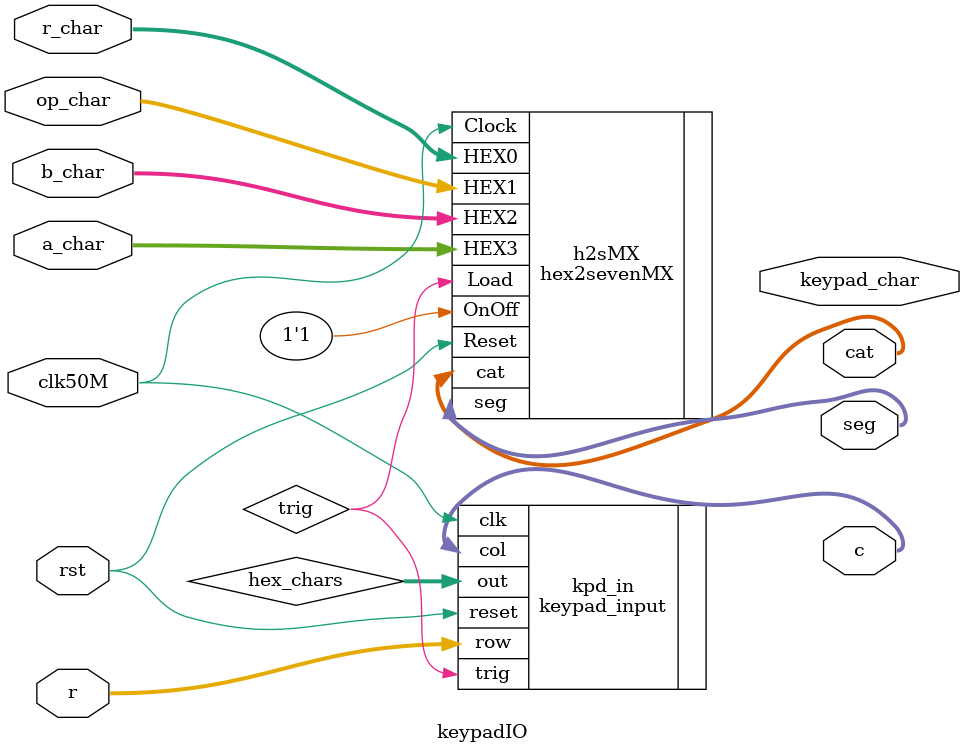
<source format=sv>
module keypadIO (
  input clk50M, rst, // onOff,
  input [3:0] a_char,
  input [3:0] b_char,
  input [3:0] op_char,
  input [3:0] r_char,
  
  input [3:0] r,            // Keypad rows (input)
  output [3:0] c,           // Keypad columns (output)
  output [3:0] keypad_char,
  output [6:0] seg,         // Multiplexed 7-segment output
  output [3:0] cat          // Multiplexed 7-segment cathode select
);

  wire [3:0] hex_chars;
  wire trig;

  keypad_input #(1) kpd_in ( // Depends: keypad_base(clock_div, keypad_fsm, keypad_decoder), shift_reg
    .clk(clk50M),   //input clk,
    .reset(rst),    //input reset,
    .row(r),        //input [3:0] row,
    
    .col(c),        //output [3:0] col,
    .out(hex_chars), //output [(DIGITS*4)-1:0] out,
    // Debug
    //.value(h2stest[6:3]),                //output [3:0] value,
    .trig(trig)                //output trig
);
  
  hex2sevenMX h2sMX (
    .Clock(clk50M),
    .Reset(rst),
    .Load(trig),
    .OnOff(1'b1), 
    .HEX3(a_char), 
    .HEX2(b_char), 
    .HEX1(op_char), 
    .HEX0(r_char),
   
    .seg(seg),
    .cat(cat)
  );
  
  
  
endmodule
</source>
